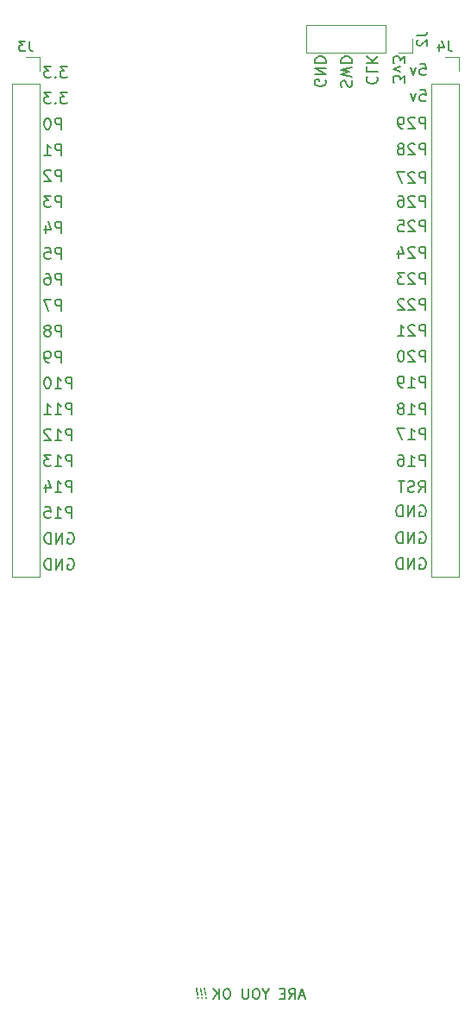
<source format=gbr>
G04 #@! TF.GenerationSoftware,KiCad,Pcbnew,9.0.3-1.fc42*
G04 #@! TF.CreationDate,2025-08-26T20:02:04+03:00*
G04 #@! TF.ProjectId,eeprom-programmer-rounded,65657072-6f6d-42d7-9072-6f6772616d6d,0.1*
G04 #@! TF.SameCoordinates,Original*
G04 #@! TF.FileFunction,Legend,Bot*
G04 #@! TF.FilePolarity,Positive*
%FSLAX46Y46*%
G04 Gerber Fmt 4.6, Leading zero omitted, Abs format (unit mm)*
G04 Created by KiCad (PCBNEW 9.0.3-1.fc42) date 2025-08-26 20:02:04*
%MOMM*%
%LPD*%
G01*
G04 APERTURE LIST*
%ADD10C,0.137500*%
%ADD11C,0.150000*%
%ADD12C,0.120000*%
G04 APERTURE END LIST*
D10*
X137070135Y-69116651D02*
X137070135Y-68016651D01*
X137070135Y-68016651D02*
X136651087Y-68016651D01*
X136651087Y-68016651D02*
X136546325Y-68069032D01*
X136546325Y-68069032D02*
X136493944Y-68121413D01*
X136493944Y-68121413D02*
X136441563Y-68226175D01*
X136441563Y-68226175D02*
X136441563Y-68383318D01*
X136441563Y-68383318D02*
X136493944Y-68488080D01*
X136493944Y-68488080D02*
X136546325Y-68540461D01*
X136546325Y-68540461D02*
X136651087Y-68592842D01*
X136651087Y-68592842D02*
X137070135Y-68592842D01*
X136074897Y-68016651D02*
X135341563Y-68016651D01*
X135341563Y-68016651D02*
X135812992Y-69116651D01*
X167124030Y-46176206D02*
X167071650Y-46228587D01*
X167071650Y-46228587D02*
X167019269Y-46385730D01*
X167019269Y-46385730D02*
X167019269Y-46490492D01*
X167019269Y-46490492D02*
X167071650Y-46647635D01*
X167071650Y-46647635D02*
X167176411Y-46752397D01*
X167176411Y-46752397D02*
X167281173Y-46804778D01*
X167281173Y-46804778D02*
X167490697Y-46857159D01*
X167490697Y-46857159D02*
X167647840Y-46857159D01*
X167647840Y-46857159D02*
X167857364Y-46804778D01*
X167857364Y-46804778D02*
X167962126Y-46752397D01*
X167962126Y-46752397D02*
X168066888Y-46647635D01*
X168066888Y-46647635D02*
X168119269Y-46490492D01*
X168119269Y-46490492D02*
X168119269Y-46385730D01*
X168119269Y-46385730D02*
X168066888Y-46228587D01*
X168066888Y-46228587D02*
X168014507Y-46176206D01*
X167019269Y-45180968D02*
X167019269Y-45704778D01*
X167019269Y-45704778D02*
X168119269Y-45704778D01*
X167019269Y-44814302D02*
X168119269Y-44814302D01*
X167019269Y-44185730D02*
X167647840Y-44657159D01*
X168119269Y-44185730D02*
X167490697Y-44814302D01*
X137070135Y-64037704D02*
X137070135Y-62937704D01*
X137070135Y-62937704D02*
X136651087Y-62937704D01*
X136651087Y-62937704D02*
X136546325Y-62990085D01*
X136546325Y-62990085D02*
X136493944Y-63042466D01*
X136493944Y-63042466D02*
X136441563Y-63147228D01*
X136441563Y-63147228D02*
X136441563Y-63304371D01*
X136441563Y-63304371D02*
X136493944Y-63409133D01*
X136493944Y-63409133D02*
X136546325Y-63461514D01*
X136546325Y-63461514D02*
X136651087Y-63513895D01*
X136651087Y-63513895D02*
X137070135Y-63513895D01*
X135446325Y-62937704D02*
X135970135Y-62937704D01*
X135970135Y-62937704D02*
X136022516Y-63461514D01*
X136022516Y-63461514D02*
X135970135Y-63409133D01*
X135970135Y-63409133D02*
X135865373Y-63356752D01*
X135865373Y-63356752D02*
X135603468Y-63356752D01*
X135603468Y-63356752D02*
X135498706Y-63409133D01*
X135498706Y-63409133D02*
X135446325Y-63461514D01*
X135446325Y-63461514D02*
X135393944Y-63566276D01*
X135393944Y-63566276D02*
X135393944Y-63828181D01*
X135393944Y-63828181D02*
X135446325Y-63932943D01*
X135446325Y-63932943D02*
X135498706Y-63985324D01*
X135498706Y-63985324D02*
X135603468Y-64037704D01*
X135603468Y-64037704D02*
X135865373Y-64037704D01*
X135865373Y-64037704D02*
X135970135Y-63985324D01*
X135970135Y-63985324D02*
X136022516Y-63932943D01*
X172810135Y-79293230D02*
X172810135Y-78193230D01*
X172810135Y-78193230D02*
X172391087Y-78193230D01*
X172391087Y-78193230D02*
X172286325Y-78245611D01*
X172286325Y-78245611D02*
X172233944Y-78297992D01*
X172233944Y-78297992D02*
X172181563Y-78402754D01*
X172181563Y-78402754D02*
X172181563Y-78559897D01*
X172181563Y-78559897D02*
X172233944Y-78664659D01*
X172233944Y-78664659D02*
X172286325Y-78717040D01*
X172286325Y-78717040D02*
X172391087Y-78769421D01*
X172391087Y-78769421D02*
X172810135Y-78769421D01*
X171133944Y-79293230D02*
X171762516Y-79293230D01*
X171448230Y-79293230D02*
X171448230Y-78193230D01*
X171448230Y-78193230D02*
X171552992Y-78350373D01*
X171552992Y-78350373D02*
X171657754Y-78455135D01*
X171657754Y-78455135D02*
X171762516Y-78507516D01*
X170505373Y-78664659D02*
X170610135Y-78612278D01*
X170610135Y-78612278D02*
X170662516Y-78559897D01*
X170662516Y-78559897D02*
X170714897Y-78455135D01*
X170714897Y-78455135D02*
X170714897Y-78402754D01*
X170714897Y-78402754D02*
X170662516Y-78297992D01*
X170662516Y-78297992D02*
X170610135Y-78245611D01*
X170610135Y-78245611D02*
X170505373Y-78193230D01*
X170505373Y-78193230D02*
X170295849Y-78193230D01*
X170295849Y-78193230D02*
X170191087Y-78245611D01*
X170191087Y-78245611D02*
X170138706Y-78297992D01*
X170138706Y-78297992D02*
X170086325Y-78402754D01*
X170086325Y-78402754D02*
X170086325Y-78455135D01*
X170086325Y-78455135D02*
X170138706Y-78559897D01*
X170138706Y-78559897D02*
X170191087Y-78612278D01*
X170191087Y-78612278D02*
X170295849Y-78664659D01*
X170295849Y-78664659D02*
X170505373Y-78664659D01*
X170505373Y-78664659D02*
X170610135Y-78717040D01*
X170610135Y-78717040D02*
X170662516Y-78769421D01*
X170662516Y-78769421D02*
X170714897Y-78874183D01*
X170714897Y-78874183D02*
X170714897Y-79083707D01*
X170714897Y-79083707D02*
X170662516Y-79188469D01*
X170662516Y-79188469D02*
X170610135Y-79240850D01*
X170610135Y-79240850D02*
X170505373Y-79293230D01*
X170505373Y-79293230D02*
X170295849Y-79293230D01*
X170295849Y-79293230D02*
X170191087Y-79240850D01*
X170191087Y-79240850D02*
X170138706Y-79188469D01*
X170138706Y-79188469D02*
X170086325Y-79083707D01*
X170086325Y-79083707D02*
X170086325Y-78874183D01*
X170086325Y-78874183D02*
X170138706Y-78769421D01*
X170138706Y-78769421D02*
X170191087Y-78717040D01*
X170191087Y-78717040D02*
X170295849Y-78664659D01*
X172286325Y-47468230D02*
X172810135Y-47468230D01*
X172810135Y-47468230D02*
X172862516Y-47992040D01*
X172862516Y-47992040D02*
X172810135Y-47939659D01*
X172810135Y-47939659D02*
X172705373Y-47887278D01*
X172705373Y-47887278D02*
X172443468Y-47887278D01*
X172443468Y-47887278D02*
X172338706Y-47939659D01*
X172338706Y-47939659D02*
X172286325Y-47992040D01*
X172286325Y-47992040D02*
X172233944Y-48096802D01*
X172233944Y-48096802D02*
X172233944Y-48358707D01*
X172233944Y-48358707D02*
X172286325Y-48463469D01*
X172286325Y-48463469D02*
X172338706Y-48515850D01*
X172338706Y-48515850D02*
X172443468Y-48568230D01*
X172443468Y-48568230D02*
X172705373Y-48568230D01*
X172705373Y-48568230D02*
X172810135Y-48515850D01*
X172810135Y-48515850D02*
X172862516Y-48463469D01*
X171867278Y-47834897D02*
X171605373Y-48568230D01*
X171605373Y-48568230D02*
X171343468Y-47834897D01*
X137646326Y-47700862D02*
X136965373Y-47700862D01*
X136965373Y-47700862D02*
X137332040Y-48119910D01*
X137332040Y-48119910D02*
X137174897Y-48119910D01*
X137174897Y-48119910D02*
X137070135Y-48172291D01*
X137070135Y-48172291D02*
X137017754Y-48224672D01*
X137017754Y-48224672D02*
X136965373Y-48329434D01*
X136965373Y-48329434D02*
X136965373Y-48591339D01*
X136965373Y-48591339D02*
X137017754Y-48696101D01*
X137017754Y-48696101D02*
X137070135Y-48748482D01*
X137070135Y-48748482D02*
X137174897Y-48800862D01*
X137174897Y-48800862D02*
X137489183Y-48800862D01*
X137489183Y-48800862D02*
X137593945Y-48748482D01*
X137593945Y-48748482D02*
X137646326Y-48696101D01*
X136493945Y-48696101D02*
X136441564Y-48748482D01*
X136441564Y-48748482D02*
X136493945Y-48800862D01*
X136493945Y-48800862D02*
X136546326Y-48748482D01*
X136546326Y-48748482D02*
X136493945Y-48696101D01*
X136493945Y-48696101D02*
X136493945Y-48800862D01*
X136074897Y-47700862D02*
X135393944Y-47700862D01*
X135393944Y-47700862D02*
X135760611Y-48119910D01*
X135760611Y-48119910D02*
X135603468Y-48119910D01*
X135603468Y-48119910D02*
X135498706Y-48172291D01*
X135498706Y-48172291D02*
X135446325Y-48224672D01*
X135446325Y-48224672D02*
X135393944Y-48329434D01*
X135393944Y-48329434D02*
X135393944Y-48591339D01*
X135393944Y-48591339D02*
X135446325Y-48696101D01*
X135446325Y-48696101D02*
X135498706Y-48748482D01*
X135498706Y-48748482D02*
X135603468Y-48800862D01*
X135603468Y-48800862D02*
X135917754Y-48800862D01*
X135917754Y-48800862D02*
X136022516Y-48748482D01*
X136022516Y-48748482D02*
X136074897Y-48696101D01*
X172810135Y-71593230D02*
X172810135Y-70493230D01*
X172810135Y-70493230D02*
X172391087Y-70493230D01*
X172391087Y-70493230D02*
X172286325Y-70545611D01*
X172286325Y-70545611D02*
X172233944Y-70597992D01*
X172233944Y-70597992D02*
X172181563Y-70702754D01*
X172181563Y-70702754D02*
X172181563Y-70859897D01*
X172181563Y-70859897D02*
X172233944Y-70964659D01*
X172233944Y-70964659D02*
X172286325Y-71017040D01*
X172286325Y-71017040D02*
X172391087Y-71069421D01*
X172391087Y-71069421D02*
X172810135Y-71069421D01*
X171762516Y-70597992D02*
X171710135Y-70545611D01*
X171710135Y-70545611D02*
X171605373Y-70493230D01*
X171605373Y-70493230D02*
X171343468Y-70493230D01*
X171343468Y-70493230D02*
X171238706Y-70545611D01*
X171238706Y-70545611D02*
X171186325Y-70597992D01*
X171186325Y-70597992D02*
X171133944Y-70702754D01*
X171133944Y-70702754D02*
X171133944Y-70807516D01*
X171133944Y-70807516D02*
X171186325Y-70964659D01*
X171186325Y-70964659D02*
X171814897Y-71593230D01*
X171814897Y-71593230D02*
X171133944Y-71593230D01*
X170086325Y-71593230D02*
X170714897Y-71593230D01*
X170400611Y-71593230D02*
X170400611Y-70493230D01*
X170400611Y-70493230D02*
X170505373Y-70650373D01*
X170505373Y-70650373D02*
X170610135Y-70755135D01*
X170610135Y-70755135D02*
X170714897Y-70807516D01*
X138117754Y-76735072D02*
X138117754Y-75635072D01*
X138117754Y-75635072D02*
X137698706Y-75635072D01*
X137698706Y-75635072D02*
X137593944Y-75687453D01*
X137593944Y-75687453D02*
X137541563Y-75739834D01*
X137541563Y-75739834D02*
X137489182Y-75844596D01*
X137489182Y-75844596D02*
X137489182Y-76001739D01*
X137489182Y-76001739D02*
X137541563Y-76106501D01*
X137541563Y-76106501D02*
X137593944Y-76158882D01*
X137593944Y-76158882D02*
X137698706Y-76211263D01*
X137698706Y-76211263D02*
X138117754Y-76211263D01*
X136441563Y-76735072D02*
X137070135Y-76735072D01*
X136755849Y-76735072D02*
X136755849Y-75635072D01*
X136755849Y-75635072D02*
X136860611Y-75792215D01*
X136860611Y-75792215D02*
X136965373Y-75896977D01*
X136965373Y-75896977D02*
X137070135Y-75949358D01*
X135760611Y-75635072D02*
X135655849Y-75635072D01*
X135655849Y-75635072D02*
X135551087Y-75687453D01*
X135551087Y-75687453D02*
X135498706Y-75739834D01*
X135498706Y-75739834D02*
X135446325Y-75844596D01*
X135446325Y-75844596D02*
X135393944Y-76054120D01*
X135393944Y-76054120D02*
X135393944Y-76316025D01*
X135393944Y-76316025D02*
X135446325Y-76525549D01*
X135446325Y-76525549D02*
X135498706Y-76630311D01*
X135498706Y-76630311D02*
X135551087Y-76682692D01*
X135551087Y-76682692D02*
X135655849Y-76735072D01*
X135655849Y-76735072D02*
X135760611Y-76735072D01*
X135760611Y-76735072D02*
X135865373Y-76682692D01*
X135865373Y-76682692D02*
X135917754Y-76630311D01*
X135917754Y-76630311D02*
X135970135Y-76525549D01*
X135970135Y-76525549D02*
X136022516Y-76316025D01*
X136022516Y-76316025D02*
X136022516Y-76054120D01*
X136022516Y-76054120D02*
X135970135Y-75844596D01*
X135970135Y-75844596D02*
X135917754Y-75739834D01*
X135917754Y-75739834D02*
X135865373Y-75687453D01*
X135865373Y-75687453D02*
X135760611Y-75635072D01*
X172810135Y-66518230D02*
X172810135Y-65418230D01*
X172810135Y-65418230D02*
X172391087Y-65418230D01*
X172391087Y-65418230D02*
X172286325Y-65470611D01*
X172286325Y-65470611D02*
X172233944Y-65522992D01*
X172233944Y-65522992D02*
X172181563Y-65627754D01*
X172181563Y-65627754D02*
X172181563Y-65784897D01*
X172181563Y-65784897D02*
X172233944Y-65889659D01*
X172233944Y-65889659D02*
X172286325Y-65942040D01*
X172286325Y-65942040D02*
X172391087Y-65994421D01*
X172391087Y-65994421D02*
X172810135Y-65994421D01*
X171762516Y-65522992D02*
X171710135Y-65470611D01*
X171710135Y-65470611D02*
X171605373Y-65418230D01*
X171605373Y-65418230D02*
X171343468Y-65418230D01*
X171343468Y-65418230D02*
X171238706Y-65470611D01*
X171238706Y-65470611D02*
X171186325Y-65522992D01*
X171186325Y-65522992D02*
X171133944Y-65627754D01*
X171133944Y-65627754D02*
X171133944Y-65732516D01*
X171133944Y-65732516D02*
X171186325Y-65889659D01*
X171186325Y-65889659D02*
X171814897Y-66518230D01*
X171814897Y-66518230D02*
X171133944Y-66518230D01*
X170767278Y-65418230D02*
X170086325Y-65418230D01*
X170086325Y-65418230D02*
X170452992Y-65837278D01*
X170452992Y-65837278D02*
X170295849Y-65837278D01*
X170295849Y-65837278D02*
X170191087Y-65889659D01*
X170191087Y-65889659D02*
X170138706Y-65942040D01*
X170138706Y-65942040D02*
X170086325Y-66046802D01*
X170086325Y-66046802D02*
X170086325Y-66308707D01*
X170086325Y-66308707D02*
X170138706Y-66413469D01*
X170138706Y-66413469D02*
X170191087Y-66465850D01*
X170191087Y-66465850D02*
X170295849Y-66518230D01*
X170295849Y-66518230D02*
X170610135Y-66518230D01*
X170610135Y-66518230D02*
X170714897Y-66465850D01*
X170714897Y-66465850D02*
X170767278Y-66413469D01*
X172810135Y-63943230D02*
X172810135Y-62843230D01*
X172810135Y-62843230D02*
X172391087Y-62843230D01*
X172391087Y-62843230D02*
X172286325Y-62895611D01*
X172286325Y-62895611D02*
X172233944Y-62947992D01*
X172233944Y-62947992D02*
X172181563Y-63052754D01*
X172181563Y-63052754D02*
X172181563Y-63209897D01*
X172181563Y-63209897D02*
X172233944Y-63314659D01*
X172233944Y-63314659D02*
X172286325Y-63367040D01*
X172286325Y-63367040D02*
X172391087Y-63419421D01*
X172391087Y-63419421D02*
X172810135Y-63419421D01*
X171762516Y-62947992D02*
X171710135Y-62895611D01*
X171710135Y-62895611D02*
X171605373Y-62843230D01*
X171605373Y-62843230D02*
X171343468Y-62843230D01*
X171343468Y-62843230D02*
X171238706Y-62895611D01*
X171238706Y-62895611D02*
X171186325Y-62947992D01*
X171186325Y-62947992D02*
X171133944Y-63052754D01*
X171133944Y-63052754D02*
X171133944Y-63157516D01*
X171133944Y-63157516D02*
X171186325Y-63314659D01*
X171186325Y-63314659D02*
X171814897Y-63943230D01*
X171814897Y-63943230D02*
X171133944Y-63943230D01*
X170191087Y-63209897D02*
X170191087Y-63943230D01*
X170452992Y-62790850D02*
X170714897Y-63576564D01*
X170714897Y-63576564D02*
X170033944Y-63576564D01*
X162991888Y-46490492D02*
X163044269Y-46595254D01*
X163044269Y-46595254D02*
X163044269Y-46752397D01*
X163044269Y-46752397D02*
X162991888Y-46909540D01*
X162991888Y-46909540D02*
X162887126Y-47014302D01*
X162887126Y-47014302D02*
X162782364Y-47066683D01*
X162782364Y-47066683D02*
X162572840Y-47119064D01*
X162572840Y-47119064D02*
X162415697Y-47119064D01*
X162415697Y-47119064D02*
X162206173Y-47066683D01*
X162206173Y-47066683D02*
X162101411Y-47014302D01*
X162101411Y-47014302D02*
X161996650Y-46909540D01*
X161996650Y-46909540D02*
X161944269Y-46752397D01*
X161944269Y-46752397D02*
X161944269Y-46647635D01*
X161944269Y-46647635D02*
X161996650Y-46490492D01*
X161996650Y-46490492D02*
X162049030Y-46438111D01*
X162049030Y-46438111D02*
X162415697Y-46438111D01*
X162415697Y-46438111D02*
X162415697Y-46647635D01*
X161944269Y-45966683D02*
X163044269Y-45966683D01*
X163044269Y-45966683D02*
X161944269Y-45338111D01*
X161944269Y-45338111D02*
X163044269Y-45338111D01*
X161944269Y-44814302D02*
X163044269Y-44814302D01*
X163044269Y-44814302D02*
X163044269Y-44552397D01*
X163044269Y-44552397D02*
X162991888Y-44395254D01*
X162991888Y-44395254D02*
X162887126Y-44290492D01*
X162887126Y-44290492D02*
X162782364Y-44238111D01*
X162782364Y-44238111D02*
X162572840Y-44185730D01*
X162572840Y-44185730D02*
X162415697Y-44185730D01*
X162415697Y-44185730D02*
X162206173Y-44238111D01*
X162206173Y-44238111D02*
X162101411Y-44290492D01*
X162101411Y-44290492D02*
X161996650Y-44395254D01*
X161996650Y-44395254D02*
X161944269Y-44552397D01*
X161944269Y-44552397D02*
X161944269Y-44814302D01*
X138117754Y-81814020D02*
X138117754Y-80714020D01*
X138117754Y-80714020D02*
X137698706Y-80714020D01*
X137698706Y-80714020D02*
X137593944Y-80766401D01*
X137593944Y-80766401D02*
X137541563Y-80818782D01*
X137541563Y-80818782D02*
X137489182Y-80923544D01*
X137489182Y-80923544D02*
X137489182Y-81080687D01*
X137489182Y-81080687D02*
X137541563Y-81185449D01*
X137541563Y-81185449D02*
X137593944Y-81237830D01*
X137593944Y-81237830D02*
X137698706Y-81290211D01*
X137698706Y-81290211D02*
X138117754Y-81290211D01*
X136441563Y-81814020D02*
X137070135Y-81814020D01*
X136755849Y-81814020D02*
X136755849Y-80714020D01*
X136755849Y-80714020D02*
X136860611Y-80871163D01*
X136860611Y-80871163D02*
X136965373Y-80975925D01*
X136965373Y-80975925D02*
X137070135Y-81028306D01*
X136022516Y-80818782D02*
X135970135Y-80766401D01*
X135970135Y-80766401D02*
X135865373Y-80714020D01*
X135865373Y-80714020D02*
X135603468Y-80714020D01*
X135603468Y-80714020D02*
X135498706Y-80766401D01*
X135498706Y-80766401D02*
X135446325Y-80818782D01*
X135446325Y-80818782D02*
X135393944Y-80923544D01*
X135393944Y-80923544D02*
X135393944Y-81028306D01*
X135393944Y-81028306D02*
X135446325Y-81185449D01*
X135446325Y-81185449D02*
X136074897Y-81814020D01*
X136074897Y-81814020D02*
X135393944Y-81814020D01*
X137070135Y-56419283D02*
X137070135Y-55319283D01*
X137070135Y-55319283D02*
X136651087Y-55319283D01*
X136651087Y-55319283D02*
X136546325Y-55371664D01*
X136546325Y-55371664D02*
X136493944Y-55424045D01*
X136493944Y-55424045D02*
X136441563Y-55528807D01*
X136441563Y-55528807D02*
X136441563Y-55685950D01*
X136441563Y-55685950D02*
X136493944Y-55790712D01*
X136493944Y-55790712D02*
X136546325Y-55843093D01*
X136546325Y-55843093D02*
X136651087Y-55895474D01*
X136651087Y-55895474D02*
X137070135Y-55895474D01*
X136022516Y-55424045D02*
X135970135Y-55371664D01*
X135970135Y-55371664D02*
X135865373Y-55319283D01*
X135865373Y-55319283D02*
X135603468Y-55319283D01*
X135603468Y-55319283D02*
X135498706Y-55371664D01*
X135498706Y-55371664D02*
X135446325Y-55424045D01*
X135446325Y-55424045D02*
X135393944Y-55528807D01*
X135393944Y-55528807D02*
X135393944Y-55633569D01*
X135393944Y-55633569D02*
X135446325Y-55790712D01*
X135446325Y-55790712D02*
X136074897Y-56419283D01*
X136074897Y-56419283D02*
X135393944Y-56419283D01*
X170744269Y-46752397D02*
X170744269Y-46071444D01*
X170744269Y-46071444D02*
X170325221Y-46438111D01*
X170325221Y-46438111D02*
X170325221Y-46280968D01*
X170325221Y-46280968D02*
X170272840Y-46176206D01*
X170272840Y-46176206D02*
X170220459Y-46123825D01*
X170220459Y-46123825D02*
X170115697Y-46071444D01*
X170115697Y-46071444D02*
X169853792Y-46071444D01*
X169853792Y-46071444D02*
X169749030Y-46123825D01*
X169749030Y-46123825D02*
X169696650Y-46176206D01*
X169696650Y-46176206D02*
X169644269Y-46280968D01*
X169644269Y-46280968D02*
X169644269Y-46595254D01*
X169644269Y-46595254D02*
X169696650Y-46700016D01*
X169696650Y-46700016D02*
X169749030Y-46752397D01*
X170377602Y-45704778D02*
X169644269Y-45442873D01*
X169644269Y-45442873D02*
X170377602Y-45180968D01*
X170744269Y-44866683D02*
X170744269Y-44185730D01*
X170744269Y-44185730D02*
X170325221Y-44552397D01*
X170325221Y-44552397D02*
X170325221Y-44395254D01*
X170325221Y-44395254D02*
X170272840Y-44290492D01*
X170272840Y-44290492D02*
X170220459Y-44238111D01*
X170220459Y-44238111D02*
X170115697Y-44185730D01*
X170115697Y-44185730D02*
X169853792Y-44185730D01*
X169853792Y-44185730D02*
X169749030Y-44238111D01*
X169749030Y-44238111D02*
X169696650Y-44290492D01*
X169696650Y-44290492D02*
X169644269Y-44395254D01*
X169644269Y-44395254D02*
X169644269Y-44709540D01*
X169644269Y-44709540D02*
X169696650Y-44814302D01*
X169696650Y-44814302D02*
X169749030Y-44866683D01*
X138117754Y-86892967D02*
X138117754Y-85792967D01*
X138117754Y-85792967D02*
X137698706Y-85792967D01*
X137698706Y-85792967D02*
X137593944Y-85845348D01*
X137593944Y-85845348D02*
X137541563Y-85897729D01*
X137541563Y-85897729D02*
X137489182Y-86002491D01*
X137489182Y-86002491D02*
X137489182Y-86159634D01*
X137489182Y-86159634D02*
X137541563Y-86264396D01*
X137541563Y-86264396D02*
X137593944Y-86316777D01*
X137593944Y-86316777D02*
X137698706Y-86369158D01*
X137698706Y-86369158D02*
X138117754Y-86369158D01*
X136441563Y-86892967D02*
X137070135Y-86892967D01*
X136755849Y-86892967D02*
X136755849Y-85792967D01*
X136755849Y-85792967D02*
X136860611Y-85950110D01*
X136860611Y-85950110D02*
X136965373Y-86054872D01*
X136965373Y-86054872D02*
X137070135Y-86107253D01*
X135498706Y-86159634D02*
X135498706Y-86892967D01*
X135760611Y-85740587D02*
X136022516Y-86526301D01*
X136022516Y-86526301D02*
X135341563Y-86526301D01*
X137070135Y-53879809D02*
X137070135Y-52779809D01*
X137070135Y-52779809D02*
X136651087Y-52779809D01*
X136651087Y-52779809D02*
X136546325Y-52832190D01*
X136546325Y-52832190D02*
X136493944Y-52884571D01*
X136493944Y-52884571D02*
X136441563Y-52989333D01*
X136441563Y-52989333D02*
X136441563Y-53146476D01*
X136441563Y-53146476D02*
X136493944Y-53251238D01*
X136493944Y-53251238D02*
X136546325Y-53303619D01*
X136546325Y-53303619D02*
X136651087Y-53356000D01*
X136651087Y-53356000D02*
X137070135Y-53356000D01*
X135393944Y-53879809D02*
X136022516Y-53879809D01*
X135708230Y-53879809D02*
X135708230Y-52779809D01*
X135708230Y-52779809D02*
X135812992Y-52936952D01*
X135812992Y-52936952D02*
X135917754Y-53041714D01*
X135917754Y-53041714D02*
X136022516Y-53094095D01*
X137698706Y-90924295D02*
X137803468Y-90871914D01*
X137803468Y-90871914D02*
X137960611Y-90871914D01*
X137960611Y-90871914D02*
X138117754Y-90924295D01*
X138117754Y-90924295D02*
X138222516Y-91029057D01*
X138222516Y-91029057D02*
X138274897Y-91133819D01*
X138274897Y-91133819D02*
X138327278Y-91343343D01*
X138327278Y-91343343D02*
X138327278Y-91500486D01*
X138327278Y-91500486D02*
X138274897Y-91710010D01*
X138274897Y-91710010D02*
X138222516Y-91814772D01*
X138222516Y-91814772D02*
X138117754Y-91919534D01*
X138117754Y-91919534D02*
X137960611Y-91971914D01*
X137960611Y-91971914D02*
X137855849Y-91971914D01*
X137855849Y-91971914D02*
X137698706Y-91919534D01*
X137698706Y-91919534D02*
X137646325Y-91867153D01*
X137646325Y-91867153D02*
X137646325Y-91500486D01*
X137646325Y-91500486D02*
X137855849Y-91500486D01*
X137174897Y-91971914D02*
X137174897Y-90871914D01*
X137174897Y-90871914D02*
X136546325Y-91971914D01*
X136546325Y-91971914D02*
X136546325Y-90871914D01*
X136022516Y-91971914D02*
X136022516Y-90871914D01*
X136022516Y-90871914D02*
X135760611Y-90871914D01*
X135760611Y-90871914D02*
X135603468Y-90924295D01*
X135603468Y-90924295D02*
X135498706Y-91029057D01*
X135498706Y-91029057D02*
X135446325Y-91133819D01*
X135446325Y-91133819D02*
X135393944Y-91343343D01*
X135393944Y-91343343D02*
X135393944Y-91500486D01*
X135393944Y-91500486D02*
X135446325Y-91710010D01*
X135446325Y-91710010D02*
X135498706Y-91814772D01*
X135498706Y-91814772D02*
X135603468Y-91919534D01*
X135603468Y-91919534D02*
X135760611Y-91971914D01*
X135760611Y-91971914D02*
X136022516Y-91971914D01*
X164571650Y-47171445D02*
X164519269Y-47014302D01*
X164519269Y-47014302D02*
X164519269Y-46752397D01*
X164519269Y-46752397D02*
X164571650Y-46647635D01*
X164571650Y-46647635D02*
X164624030Y-46595254D01*
X164624030Y-46595254D02*
X164728792Y-46542873D01*
X164728792Y-46542873D02*
X164833554Y-46542873D01*
X164833554Y-46542873D02*
X164938316Y-46595254D01*
X164938316Y-46595254D02*
X164990697Y-46647635D01*
X164990697Y-46647635D02*
X165043078Y-46752397D01*
X165043078Y-46752397D02*
X165095459Y-46961921D01*
X165095459Y-46961921D02*
X165147840Y-47066683D01*
X165147840Y-47066683D02*
X165200221Y-47119064D01*
X165200221Y-47119064D02*
X165304983Y-47171445D01*
X165304983Y-47171445D02*
X165409745Y-47171445D01*
X165409745Y-47171445D02*
X165514507Y-47119064D01*
X165514507Y-47119064D02*
X165566888Y-47066683D01*
X165566888Y-47066683D02*
X165619269Y-46961921D01*
X165619269Y-46961921D02*
X165619269Y-46700016D01*
X165619269Y-46700016D02*
X165566888Y-46542873D01*
X165619269Y-46176207D02*
X164519269Y-45914302D01*
X164519269Y-45914302D02*
X165304983Y-45704778D01*
X165304983Y-45704778D02*
X164519269Y-45495254D01*
X164519269Y-45495254D02*
X165619269Y-45233350D01*
X164519269Y-44814302D02*
X165619269Y-44814302D01*
X165619269Y-44814302D02*
X165619269Y-44552397D01*
X165619269Y-44552397D02*
X165566888Y-44395254D01*
X165566888Y-44395254D02*
X165462126Y-44290492D01*
X165462126Y-44290492D02*
X165357364Y-44238111D01*
X165357364Y-44238111D02*
X165147840Y-44185730D01*
X165147840Y-44185730D02*
X164990697Y-44185730D01*
X164990697Y-44185730D02*
X164781173Y-44238111D01*
X164781173Y-44238111D02*
X164676411Y-44290492D01*
X164676411Y-44290492D02*
X164571650Y-44395254D01*
X164571650Y-44395254D02*
X164519269Y-44552397D01*
X164519269Y-44552397D02*
X164519269Y-44814302D01*
X172128706Y-86913230D02*
X172495373Y-86389421D01*
X172757278Y-86913230D02*
X172757278Y-85813230D01*
X172757278Y-85813230D02*
X172338230Y-85813230D01*
X172338230Y-85813230D02*
X172233468Y-85865611D01*
X172233468Y-85865611D02*
X172181087Y-85917992D01*
X172181087Y-85917992D02*
X172128706Y-86022754D01*
X172128706Y-86022754D02*
X172128706Y-86179897D01*
X172128706Y-86179897D02*
X172181087Y-86284659D01*
X172181087Y-86284659D02*
X172233468Y-86337040D01*
X172233468Y-86337040D02*
X172338230Y-86389421D01*
X172338230Y-86389421D02*
X172757278Y-86389421D01*
X171709659Y-86860850D02*
X171552516Y-86913230D01*
X171552516Y-86913230D02*
X171290611Y-86913230D01*
X171290611Y-86913230D02*
X171185849Y-86860850D01*
X171185849Y-86860850D02*
X171133468Y-86808469D01*
X171133468Y-86808469D02*
X171081087Y-86703707D01*
X171081087Y-86703707D02*
X171081087Y-86598945D01*
X171081087Y-86598945D02*
X171133468Y-86494183D01*
X171133468Y-86494183D02*
X171185849Y-86441802D01*
X171185849Y-86441802D02*
X171290611Y-86389421D01*
X171290611Y-86389421D02*
X171500135Y-86337040D01*
X171500135Y-86337040D02*
X171604897Y-86284659D01*
X171604897Y-86284659D02*
X171657278Y-86232278D01*
X171657278Y-86232278D02*
X171709659Y-86127516D01*
X171709659Y-86127516D02*
X171709659Y-86022754D01*
X171709659Y-86022754D02*
X171657278Y-85917992D01*
X171657278Y-85917992D02*
X171604897Y-85865611D01*
X171604897Y-85865611D02*
X171500135Y-85813230D01*
X171500135Y-85813230D02*
X171238230Y-85813230D01*
X171238230Y-85813230D02*
X171081087Y-85865611D01*
X170766802Y-85813230D02*
X170138230Y-85813230D01*
X170452516Y-86913230D02*
X170452516Y-85813230D01*
X138117754Y-84353493D02*
X138117754Y-83253493D01*
X138117754Y-83253493D02*
X137698706Y-83253493D01*
X137698706Y-83253493D02*
X137593944Y-83305874D01*
X137593944Y-83305874D02*
X137541563Y-83358255D01*
X137541563Y-83358255D02*
X137489182Y-83463017D01*
X137489182Y-83463017D02*
X137489182Y-83620160D01*
X137489182Y-83620160D02*
X137541563Y-83724922D01*
X137541563Y-83724922D02*
X137593944Y-83777303D01*
X137593944Y-83777303D02*
X137698706Y-83829684D01*
X137698706Y-83829684D02*
X138117754Y-83829684D01*
X136441563Y-84353493D02*
X137070135Y-84353493D01*
X136755849Y-84353493D02*
X136755849Y-83253493D01*
X136755849Y-83253493D02*
X136860611Y-83410636D01*
X136860611Y-83410636D02*
X136965373Y-83515398D01*
X136965373Y-83515398D02*
X137070135Y-83567779D01*
X136074897Y-83253493D02*
X135393944Y-83253493D01*
X135393944Y-83253493D02*
X135760611Y-83672541D01*
X135760611Y-83672541D02*
X135603468Y-83672541D01*
X135603468Y-83672541D02*
X135498706Y-83724922D01*
X135498706Y-83724922D02*
X135446325Y-83777303D01*
X135446325Y-83777303D02*
X135393944Y-83882065D01*
X135393944Y-83882065D02*
X135393944Y-84143970D01*
X135393944Y-84143970D02*
X135446325Y-84248732D01*
X135446325Y-84248732D02*
X135498706Y-84301113D01*
X135498706Y-84301113D02*
X135603468Y-84353493D01*
X135603468Y-84353493D02*
X135917754Y-84353493D01*
X135917754Y-84353493D02*
X136022516Y-84301113D01*
X136022516Y-84301113D02*
X136074897Y-84248732D01*
X137070135Y-58958756D02*
X137070135Y-57858756D01*
X137070135Y-57858756D02*
X136651087Y-57858756D01*
X136651087Y-57858756D02*
X136546325Y-57911137D01*
X136546325Y-57911137D02*
X136493944Y-57963518D01*
X136493944Y-57963518D02*
X136441563Y-58068280D01*
X136441563Y-58068280D02*
X136441563Y-58225423D01*
X136441563Y-58225423D02*
X136493944Y-58330185D01*
X136493944Y-58330185D02*
X136546325Y-58382566D01*
X136546325Y-58382566D02*
X136651087Y-58434947D01*
X136651087Y-58434947D02*
X137070135Y-58434947D01*
X136074897Y-57858756D02*
X135393944Y-57858756D01*
X135393944Y-57858756D02*
X135760611Y-58277804D01*
X135760611Y-58277804D02*
X135603468Y-58277804D01*
X135603468Y-58277804D02*
X135498706Y-58330185D01*
X135498706Y-58330185D02*
X135446325Y-58382566D01*
X135446325Y-58382566D02*
X135393944Y-58487328D01*
X135393944Y-58487328D02*
X135393944Y-58749233D01*
X135393944Y-58749233D02*
X135446325Y-58853995D01*
X135446325Y-58853995D02*
X135498706Y-58906376D01*
X135498706Y-58906376D02*
X135603468Y-58958756D01*
X135603468Y-58958756D02*
X135917754Y-58958756D01*
X135917754Y-58958756D02*
X136022516Y-58906376D01*
X136022516Y-58906376D02*
X136074897Y-58853995D01*
X137070135Y-74195599D02*
X137070135Y-73095599D01*
X137070135Y-73095599D02*
X136651087Y-73095599D01*
X136651087Y-73095599D02*
X136546325Y-73147980D01*
X136546325Y-73147980D02*
X136493944Y-73200361D01*
X136493944Y-73200361D02*
X136441563Y-73305123D01*
X136441563Y-73305123D02*
X136441563Y-73462266D01*
X136441563Y-73462266D02*
X136493944Y-73567028D01*
X136493944Y-73567028D02*
X136546325Y-73619409D01*
X136546325Y-73619409D02*
X136651087Y-73671790D01*
X136651087Y-73671790D02*
X137070135Y-73671790D01*
X135917754Y-74195599D02*
X135708230Y-74195599D01*
X135708230Y-74195599D02*
X135603468Y-74143219D01*
X135603468Y-74143219D02*
X135551087Y-74090838D01*
X135551087Y-74090838D02*
X135446325Y-73933695D01*
X135446325Y-73933695D02*
X135393944Y-73724171D01*
X135393944Y-73724171D02*
X135393944Y-73305123D01*
X135393944Y-73305123D02*
X135446325Y-73200361D01*
X135446325Y-73200361D02*
X135498706Y-73147980D01*
X135498706Y-73147980D02*
X135603468Y-73095599D01*
X135603468Y-73095599D02*
X135812992Y-73095599D01*
X135812992Y-73095599D02*
X135917754Y-73147980D01*
X135917754Y-73147980D02*
X135970135Y-73200361D01*
X135970135Y-73200361D02*
X136022516Y-73305123D01*
X136022516Y-73305123D02*
X136022516Y-73567028D01*
X136022516Y-73567028D02*
X135970135Y-73671790D01*
X135970135Y-73671790D02*
X135917754Y-73724171D01*
X135917754Y-73724171D02*
X135812992Y-73776552D01*
X135812992Y-73776552D02*
X135603468Y-73776552D01*
X135603468Y-73776552D02*
X135498706Y-73724171D01*
X135498706Y-73724171D02*
X135446325Y-73671790D01*
X135446325Y-73671790D02*
X135393944Y-73567028D01*
X138117754Y-79274546D02*
X138117754Y-78174546D01*
X138117754Y-78174546D02*
X137698706Y-78174546D01*
X137698706Y-78174546D02*
X137593944Y-78226927D01*
X137593944Y-78226927D02*
X137541563Y-78279308D01*
X137541563Y-78279308D02*
X137489182Y-78384070D01*
X137489182Y-78384070D02*
X137489182Y-78541213D01*
X137489182Y-78541213D02*
X137541563Y-78645975D01*
X137541563Y-78645975D02*
X137593944Y-78698356D01*
X137593944Y-78698356D02*
X137698706Y-78750737D01*
X137698706Y-78750737D02*
X138117754Y-78750737D01*
X136441563Y-79274546D02*
X137070135Y-79274546D01*
X136755849Y-79274546D02*
X136755849Y-78174546D01*
X136755849Y-78174546D02*
X136860611Y-78331689D01*
X136860611Y-78331689D02*
X136965373Y-78436451D01*
X136965373Y-78436451D02*
X137070135Y-78488832D01*
X135393944Y-79274546D02*
X136022516Y-79274546D01*
X135708230Y-79274546D02*
X135708230Y-78174546D01*
X135708230Y-78174546D02*
X135812992Y-78331689D01*
X135812992Y-78331689D02*
X135917754Y-78436451D01*
X135917754Y-78436451D02*
X136022516Y-78488832D01*
X172810135Y-76643230D02*
X172810135Y-75543230D01*
X172810135Y-75543230D02*
X172391087Y-75543230D01*
X172391087Y-75543230D02*
X172286325Y-75595611D01*
X172286325Y-75595611D02*
X172233944Y-75647992D01*
X172233944Y-75647992D02*
X172181563Y-75752754D01*
X172181563Y-75752754D02*
X172181563Y-75909897D01*
X172181563Y-75909897D02*
X172233944Y-76014659D01*
X172233944Y-76014659D02*
X172286325Y-76067040D01*
X172286325Y-76067040D02*
X172391087Y-76119421D01*
X172391087Y-76119421D02*
X172810135Y-76119421D01*
X171133944Y-76643230D02*
X171762516Y-76643230D01*
X171448230Y-76643230D02*
X171448230Y-75543230D01*
X171448230Y-75543230D02*
X171552992Y-75700373D01*
X171552992Y-75700373D02*
X171657754Y-75805135D01*
X171657754Y-75805135D02*
X171762516Y-75857516D01*
X170610135Y-76643230D02*
X170400611Y-76643230D01*
X170400611Y-76643230D02*
X170295849Y-76590850D01*
X170295849Y-76590850D02*
X170243468Y-76538469D01*
X170243468Y-76538469D02*
X170138706Y-76381326D01*
X170138706Y-76381326D02*
X170086325Y-76171802D01*
X170086325Y-76171802D02*
X170086325Y-75752754D01*
X170086325Y-75752754D02*
X170138706Y-75647992D01*
X170138706Y-75647992D02*
X170191087Y-75595611D01*
X170191087Y-75595611D02*
X170295849Y-75543230D01*
X170295849Y-75543230D02*
X170505373Y-75543230D01*
X170505373Y-75543230D02*
X170610135Y-75595611D01*
X170610135Y-75595611D02*
X170662516Y-75647992D01*
X170662516Y-75647992D02*
X170714897Y-75752754D01*
X170714897Y-75752754D02*
X170714897Y-76014659D01*
X170714897Y-76014659D02*
X170662516Y-76119421D01*
X170662516Y-76119421D02*
X170610135Y-76171802D01*
X170610135Y-76171802D02*
X170505373Y-76224183D01*
X170505373Y-76224183D02*
X170295849Y-76224183D01*
X170295849Y-76224183D02*
X170191087Y-76171802D01*
X170191087Y-76171802D02*
X170138706Y-76119421D01*
X170138706Y-76119421D02*
X170086325Y-76014659D01*
D11*
X160890875Y-136314104D02*
X160414685Y-136314104D01*
X160986113Y-136599819D02*
X160652780Y-135599819D01*
X160652780Y-135599819D02*
X160319447Y-136599819D01*
X159414685Y-136599819D02*
X159748018Y-136123628D01*
X159986113Y-136599819D02*
X159986113Y-135599819D01*
X159986113Y-135599819D02*
X159605161Y-135599819D01*
X159605161Y-135599819D02*
X159509923Y-135647438D01*
X159509923Y-135647438D02*
X159462304Y-135695057D01*
X159462304Y-135695057D02*
X159414685Y-135790295D01*
X159414685Y-135790295D02*
X159414685Y-135933152D01*
X159414685Y-135933152D02*
X159462304Y-136028390D01*
X159462304Y-136028390D02*
X159509923Y-136076009D01*
X159509923Y-136076009D02*
X159605161Y-136123628D01*
X159605161Y-136123628D02*
X159986113Y-136123628D01*
X158986113Y-136076009D02*
X158652780Y-136076009D01*
X158509923Y-136599819D02*
X158986113Y-136599819D01*
X158986113Y-136599819D02*
X158986113Y-135599819D01*
X158986113Y-135599819D02*
X158509923Y-135599819D01*
X157128970Y-136123628D02*
X157128970Y-136599819D01*
X157462303Y-135599819D02*
X157128970Y-136123628D01*
X157128970Y-136123628D02*
X156795637Y-135599819D01*
X156271827Y-135599819D02*
X156081351Y-135599819D01*
X156081351Y-135599819D02*
X155986113Y-135647438D01*
X155986113Y-135647438D02*
X155890875Y-135742676D01*
X155890875Y-135742676D02*
X155843256Y-135933152D01*
X155843256Y-135933152D02*
X155843256Y-136266485D01*
X155843256Y-136266485D02*
X155890875Y-136456961D01*
X155890875Y-136456961D02*
X155986113Y-136552200D01*
X155986113Y-136552200D02*
X156081351Y-136599819D01*
X156081351Y-136599819D02*
X156271827Y-136599819D01*
X156271827Y-136599819D02*
X156367065Y-136552200D01*
X156367065Y-136552200D02*
X156462303Y-136456961D01*
X156462303Y-136456961D02*
X156509922Y-136266485D01*
X156509922Y-136266485D02*
X156509922Y-135933152D01*
X156509922Y-135933152D02*
X156462303Y-135742676D01*
X156462303Y-135742676D02*
X156367065Y-135647438D01*
X156367065Y-135647438D02*
X156271827Y-135599819D01*
X155414684Y-135599819D02*
X155414684Y-136409342D01*
X155414684Y-136409342D02*
X155367065Y-136504580D01*
X155367065Y-136504580D02*
X155319446Y-136552200D01*
X155319446Y-136552200D02*
X155224208Y-136599819D01*
X155224208Y-136599819D02*
X155033732Y-136599819D01*
X155033732Y-136599819D02*
X154938494Y-136552200D01*
X154938494Y-136552200D02*
X154890875Y-136504580D01*
X154890875Y-136504580D02*
X154843256Y-136409342D01*
X154843256Y-136409342D02*
X154843256Y-135599819D01*
X153414684Y-135599819D02*
X153224208Y-135599819D01*
X153224208Y-135599819D02*
X153128970Y-135647438D01*
X153128970Y-135647438D02*
X153033732Y-135742676D01*
X153033732Y-135742676D02*
X152986113Y-135933152D01*
X152986113Y-135933152D02*
X152986113Y-136266485D01*
X152986113Y-136266485D02*
X153033732Y-136456961D01*
X153033732Y-136456961D02*
X153128970Y-136552200D01*
X153128970Y-136552200D02*
X153224208Y-136599819D01*
X153224208Y-136599819D02*
X153414684Y-136599819D01*
X153414684Y-136599819D02*
X153509922Y-136552200D01*
X153509922Y-136552200D02*
X153605160Y-136456961D01*
X153605160Y-136456961D02*
X153652779Y-136266485D01*
X153652779Y-136266485D02*
X153652779Y-135933152D01*
X153652779Y-135933152D02*
X153605160Y-135742676D01*
X153605160Y-135742676D02*
X153509922Y-135647438D01*
X153509922Y-135647438D02*
X153414684Y-135599819D01*
X152557541Y-136599819D02*
X152557541Y-135599819D01*
X151986113Y-136599819D02*
X152414684Y-136028390D01*
X151986113Y-135599819D02*
X152557541Y-136171247D01*
D10*
X137698706Y-93463769D02*
X137803468Y-93411388D01*
X137803468Y-93411388D02*
X137960611Y-93411388D01*
X137960611Y-93411388D02*
X138117754Y-93463769D01*
X138117754Y-93463769D02*
X138222516Y-93568531D01*
X138222516Y-93568531D02*
X138274897Y-93673293D01*
X138274897Y-93673293D02*
X138327278Y-93882817D01*
X138327278Y-93882817D02*
X138327278Y-94039960D01*
X138327278Y-94039960D02*
X138274897Y-94249484D01*
X138274897Y-94249484D02*
X138222516Y-94354246D01*
X138222516Y-94354246D02*
X138117754Y-94459008D01*
X138117754Y-94459008D02*
X137960611Y-94511388D01*
X137960611Y-94511388D02*
X137855849Y-94511388D01*
X137855849Y-94511388D02*
X137698706Y-94459008D01*
X137698706Y-94459008D02*
X137646325Y-94406627D01*
X137646325Y-94406627D02*
X137646325Y-94039960D01*
X137646325Y-94039960D02*
X137855849Y-94039960D01*
X137174897Y-94511388D02*
X137174897Y-93411388D01*
X137174897Y-93411388D02*
X136546325Y-94511388D01*
X136546325Y-94511388D02*
X136546325Y-93411388D01*
X136022516Y-94511388D02*
X136022516Y-93411388D01*
X136022516Y-93411388D02*
X135760611Y-93411388D01*
X135760611Y-93411388D02*
X135603468Y-93463769D01*
X135603468Y-93463769D02*
X135498706Y-93568531D01*
X135498706Y-93568531D02*
X135446325Y-93673293D01*
X135446325Y-93673293D02*
X135393944Y-93882817D01*
X135393944Y-93882817D02*
X135393944Y-94039960D01*
X135393944Y-94039960D02*
X135446325Y-94249484D01*
X135446325Y-94249484D02*
X135498706Y-94354246D01*
X135498706Y-94354246D02*
X135603468Y-94459008D01*
X135603468Y-94459008D02*
X135760611Y-94511388D01*
X135760611Y-94511388D02*
X136022516Y-94511388D01*
X172810135Y-58943230D02*
X172810135Y-57843230D01*
X172810135Y-57843230D02*
X172391087Y-57843230D01*
X172391087Y-57843230D02*
X172286325Y-57895611D01*
X172286325Y-57895611D02*
X172233944Y-57947992D01*
X172233944Y-57947992D02*
X172181563Y-58052754D01*
X172181563Y-58052754D02*
X172181563Y-58209897D01*
X172181563Y-58209897D02*
X172233944Y-58314659D01*
X172233944Y-58314659D02*
X172286325Y-58367040D01*
X172286325Y-58367040D02*
X172391087Y-58419421D01*
X172391087Y-58419421D02*
X172810135Y-58419421D01*
X171762516Y-57947992D02*
X171710135Y-57895611D01*
X171710135Y-57895611D02*
X171605373Y-57843230D01*
X171605373Y-57843230D02*
X171343468Y-57843230D01*
X171343468Y-57843230D02*
X171238706Y-57895611D01*
X171238706Y-57895611D02*
X171186325Y-57947992D01*
X171186325Y-57947992D02*
X171133944Y-58052754D01*
X171133944Y-58052754D02*
X171133944Y-58157516D01*
X171133944Y-58157516D02*
X171186325Y-58314659D01*
X171186325Y-58314659D02*
X171814897Y-58943230D01*
X171814897Y-58943230D02*
X171133944Y-58943230D01*
X170191087Y-57843230D02*
X170400611Y-57843230D01*
X170400611Y-57843230D02*
X170505373Y-57895611D01*
X170505373Y-57895611D02*
X170557754Y-57947992D01*
X170557754Y-57947992D02*
X170662516Y-58105135D01*
X170662516Y-58105135D02*
X170714897Y-58314659D01*
X170714897Y-58314659D02*
X170714897Y-58733707D01*
X170714897Y-58733707D02*
X170662516Y-58838469D01*
X170662516Y-58838469D02*
X170610135Y-58890850D01*
X170610135Y-58890850D02*
X170505373Y-58943230D01*
X170505373Y-58943230D02*
X170295849Y-58943230D01*
X170295849Y-58943230D02*
X170191087Y-58890850D01*
X170191087Y-58890850D02*
X170138706Y-58838469D01*
X170138706Y-58838469D02*
X170086325Y-58733707D01*
X170086325Y-58733707D02*
X170086325Y-58471802D01*
X170086325Y-58471802D02*
X170138706Y-58367040D01*
X170138706Y-58367040D02*
X170191087Y-58314659D01*
X170191087Y-58314659D02*
X170295849Y-58262278D01*
X170295849Y-58262278D02*
X170505373Y-58262278D01*
X170505373Y-58262278D02*
X170610135Y-58314659D01*
X170610135Y-58314659D02*
X170662516Y-58367040D01*
X170662516Y-58367040D02*
X170714897Y-58471802D01*
X138117754Y-89432441D02*
X138117754Y-88332441D01*
X138117754Y-88332441D02*
X137698706Y-88332441D01*
X137698706Y-88332441D02*
X137593944Y-88384822D01*
X137593944Y-88384822D02*
X137541563Y-88437203D01*
X137541563Y-88437203D02*
X137489182Y-88541965D01*
X137489182Y-88541965D02*
X137489182Y-88699108D01*
X137489182Y-88699108D02*
X137541563Y-88803870D01*
X137541563Y-88803870D02*
X137593944Y-88856251D01*
X137593944Y-88856251D02*
X137698706Y-88908632D01*
X137698706Y-88908632D02*
X138117754Y-88908632D01*
X136441563Y-89432441D02*
X137070135Y-89432441D01*
X136755849Y-89432441D02*
X136755849Y-88332441D01*
X136755849Y-88332441D02*
X136860611Y-88489584D01*
X136860611Y-88489584D02*
X136965373Y-88594346D01*
X136965373Y-88594346D02*
X137070135Y-88646727D01*
X135446325Y-88332441D02*
X135970135Y-88332441D01*
X135970135Y-88332441D02*
X136022516Y-88856251D01*
X136022516Y-88856251D02*
X135970135Y-88803870D01*
X135970135Y-88803870D02*
X135865373Y-88751489D01*
X135865373Y-88751489D02*
X135603468Y-88751489D01*
X135603468Y-88751489D02*
X135498706Y-88803870D01*
X135498706Y-88803870D02*
X135446325Y-88856251D01*
X135446325Y-88856251D02*
X135393944Y-88961013D01*
X135393944Y-88961013D02*
X135393944Y-89222918D01*
X135393944Y-89222918D02*
X135446325Y-89327680D01*
X135446325Y-89327680D02*
X135498706Y-89380061D01*
X135498706Y-89380061D02*
X135603468Y-89432441D01*
X135603468Y-89432441D02*
X135865373Y-89432441D01*
X135865373Y-89432441D02*
X135970135Y-89380061D01*
X135970135Y-89380061D02*
X136022516Y-89327680D01*
X137070135Y-66577177D02*
X137070135Y-65477177D01*
X137070135Y-65477177D02*
X136651087Y-65477177D01*
X136651087Y-65477177D02*
X136546325Y-65529558D01*
X136546325Y-65529558D02*
X136493944Y-65581939D01*
X136493944Y-65581939D02*
X136441563Y-65686701D01*
X136441563Y-65686701D02*
X136441563Y-65843844D01*
X136441563Y-65843844D02*
X136493944Y-65948606D01*
X136493944Y-65948606D02*
X136546325Y-66000987D01*
X136546325Y-66000987D02*
X136651087Y-66053368D01*
X136651087Y-66053368D02*
X137070135Y-66053368D01*
X135498706Y-65477177D02*
X135708230Y-65477177D01*
X135708230Y-65477177D02*
X135812992Y-65529558D01*
X135812992Y-65529558D02*
X135865373Y-65581939D01*
X135865373Y-65581939D02*
X135970135Y-65739082D01*
X135970135Y-65739082D02*
X136022516Y-65948606D01*
X136022516Y-65948606D02*
X136022516Y-66367654D01*
X136022516Y-66367654D02*
X135970135Y-66472416D01*
X135970135Y-66472416D02*
X135917754Y-66524797D01*
X135917754Y-66524797D02*
X135812992Y-66577177D01*
X135812992Y-66577177D02*
X135603468Y-66577177D01*
X135603468Y-66577177D02*
X135498706Y-66524797D01*
X135498706Y-66524797D02*
X135446325Y-66472416D01*
X135446325Y-66472416D02*
X135393944Y-66367654D01*
X135393944Y-66367654D02*
X135393944Y-66105749D01*
X135393944Y-66105749D02*
X135446325Y-66000987D01*
X135446325Y-66000987D02*
X135498706Y-65948606D01*
X135498706Y-65948606D02*
X135603468Y-65896225D01*
X135603468Y-65896225D02*
X135812992Y-65896225D01*
X135812992Y-65896225D02*
X135917754Y-65948606D01*
X135917754Y-65948606D02*
X135970135Y-66000987D01*
X135970135Y-66000987D02*
X136022516Y-66105749D01*
X172286325Y-44918230D02*
X172810135Y-44918230D01*
X172810135Y-44918230D02*
X172862516Y-45442040D01*
X172862516Y-45442040D02*
X172810135Y-45389659D01*
X172810135Y-45389659D02*
X172705373Y-45337278D01*
X172705373Y-45337278D02*
X172443468Y-45337278D01*
X172443468Y-45337278D02*
X172338706Y-45389659D01*
X172338706Y-45389659D02*
X172286325Y-45442040D01*
X172286325Y-45442040D02*
X172233944Y-45546802D01*
X172233944Y-45546802D02*
X172233944Y-45808707D01*
X172233944Y-45808707D02*
X172286325Y-45913469D01*
X172286325Y-45913469D02*
X172338706Y-45965850D01*
X172338706Y-45965850D02*
X172443468Y-46018230D01*
X172443468Y-46018230D02*
X172705373Y-46018230D01*
X172705373Y-46018230D02*
X172810135Y-45965850D01*
X172810135Y-45965850D02*
X172862516Y-45913469D01*
X171867278Y-45284897D02*
X171605373Y-46018230D01*
X171605373Y-46018230D02*
X171343468Y-45284897D01*
X172233944Y-93420611D02*
X172338706Y-93368230D01*
X172338706Y-93368230D02*
X172495849Y-93368230D01*
X172495849Y-93368230D02*
X172652992Y-93420611D01*
X172652992Y-93420611D02*
X172757754Y-93525373D01*
X172757754Y-93525373D02*
X172810135Y-93630135D01*
X172810135Y-93630135D02*
X172862516Y-93839659D01*
X172862516Y-93839659D02*
X172862516Y-93996802D01*
X172862516Y-93996802D02*
X172810135Y-94206326D01*
X172810135Y-94206326D02*
X172757754Y-94311088D01*
X172757754Y-94311088D02*
X172652992Y-94415850D01*
X172652992Y-94415850D02*
X172495849Y-94468230D01*
X172495849Y-94468230D02*
X172391087Y-94468230D01*
X172391087Y-94468230D02*
X172233944Y-94415850D01*
X172233944Y-94415850D02*
X172181563Y-94363469D01*
X172181563Y-94363469D02*
X172181563Y-93996802D01*
X172181563Y-93996802D02*
X172391087Y-93996802D01*
X171710135Y-94468230D02*
X171710135Y-93368230D01*
X171710135Y-93368230D02*
X171081563Y-94468230D01*
X171081563Y-94468230D02*
X171081563Y-93368230D01*
X170557754Y-94468230D02*
X170557754Y-93368230D01*
X170557754Y-93368230D02*
X170295849Y-93368230D01*
X170295849Y-93368230D02*
X170138706Y-93420611D01*
X170138706Y-93420611D02*
X170033944Y-93525373D01*
X170033944Y-93525373D02*
X169981563Y-93630135D01*
X169981563Y-93630135D02*
X169929182Y-93839659D01*
X169929182Y-93839659D02*
X169929182Y-93996802D01*
X169929182Y-93996802D02*
X169981563Y-94206326D01*
X169981563Y-94206326D02*
X170033944Y-94311088D01*
X170033944Y-94311088D02*
X170138706Y-94415850D01*
X170138706Y-94415850D02*
X170295849Y-94468230D01*
X170295849Y-94468230D02*
X170557754Y-94468230D01*
X172810135Y-81768230D02*
X172810135Y-80668230D01*
X172810135Y-80668230D02*
X172391087Y-80668230D01*
X172391087Y-80668230D02*
X172286325Y-80720611D01*
X172286325Y-80720611D02*
X172233944Y-80772992D01*
X172233944Y-80772992D02*
X172181563Y-80877754D01*
X172181563Y-80877754D02*
X172181563Y-81034897D01*
X172181563Y-81034897D02*
X172233944Y-81139659D01*
X172233944Y-81139659D02*
X172286325Y-81192040D01*
X172286325Y-81192040D02*
X172391087Y-81244421D01*
X172391087Y-81244421D02*
X172810135Y-81244421D01*
X171133944Y-81768230D02*
X171762516Y-81768230D01*
X171448230Y-81768230D02*
X171448230Y-80668230D01*
X171448230Y-80668230D02*
X171552992Y-80825373D01*
X171552992Y-80825373D02*
X171657754Y-80930135D01*
X171657754Y-80930135D02*
X171762516Y-80982516D01*
X170767278Y-80668230D02*
X170033944Y-80668230D01*
X170033944Y-80668230D02*
X170505373Y-81768230D01*
X137070135Y-51340335D02*
X137070135Y-50240335D01*
X137070135Y-50240335D02*
X136651087Y-50240335D01*
X136651087Y-50240335D02*
X136546325Y-50292716D01*
X136546325Y-50292716D02*
X136493944Y-50345097D01*
X136493944Y-50345097D02*
X136441563Y-50449859D01*
X136441563Y-50449859D02*
X136441563Y-50607002D01*
X136441563Y-50607002D02*
X136493944Y-50711764D01*
X136493944Y-50711764D02*
X136546325Y-50764145D01*
X136546325Y-50764145D02*
X136651087Y-50816526D01*
X136651087Y-50816526D02*
X137070135Y-50816526D01*
X135760611Y-50240335D02*
X135655849Y-50240335D01*
X135655849Y-50240335D02*
X135551087Y-50292716D01*
X135551087Y-50292716D02*
X135498706Y-50345097D01*
X135498706Y-50345097D02*
X135446325Y-50449859D01*
X135446325Y-50449859D02*
X135393944Y-50659383D01*
X135393944Y-50659383D02*
X135393944Y-50921288D01*
X135393944Y-50921288D02*
X135446325Y-51130812D01*
X135446325Y-51130812D02*
X135498706Y-51235574D01*
X135498706Y-51235574D02*
X135551087Y-51287955D01*
X135551087Y-51287955D02*
X135655849Y-51340335D01*
X135655849Y-51340335D02*
X135760611Y-51340335D01*
X135760611Y-51340335D02*
X135865373Y-51287955D01*
X135865373Y-51287955D02*
X135917754Y-51235574D01*
X135917754Y-51235574D02*
X135970135Y-51130812D01*
X135970135Y-51130812D02*
X136022516Y-50921288D01*
X136022516Y-50921288D02*
X136022516Y-50659383D01*
X136022516Y-50659383D02*
X135970135Y-50449859D01*
X135970135Y-50449859D02*
X135917754Y-50345097D01*
X135917754Y-50345097D02*
X135865373Y-50292716D01*
X135865373Y-50292716D02*
X135760611Y-50240335D01*
X137070135Y-71656125D02*
X137070135Y-70556125D01*
X137070135Y-70556125D02*
X136651087Y-70556125D01*
X136651087Y-70556125D02*
X136546325Y-70608506D01*
X136546325Y-70608506D02*
X136493944Y-70660887D01*
X136493944Y-70660887D02*
X136441563Y-70765649D01*
X136441563Y-70765649D02*
X136441563Y-70922792D01*
X136441563Y-70922792D02*
X136493944Y-71027554D01*
X136493944Y-71027554D02*
X136546325Y-71079935D01*
X136546325Y-71079935D02*
X136651087Y-71132316D01*
X136651087Y-71132316D02*
X137070135Y-71132316D01*
X135812992Y-71027554D02*
X135917754Y-70975173D01*
X135917754Y-70975173D02*
X135970135Y-70922792D01*
X135970135Y-70922792D02*
X136022516Y-70818030D01*
X136022516Y-70818030D02*
X136022516Y-70765649D01*
X136022516Y-70765649D02*
X135970135Y-70660887D01*
X135970135Y-70660887D02*
X135917754Y-70608506D01*
X135917754Y-70608506D02*
X135812992Y-70556125D01*
X135812992Y-70556125D02*
X135603468Y-70556125D01*
X135603468Y-70556125D02*
X135498706Y-70608506D01*
X135498706Y-70608506D02*
X135446325Y-70660887D01*
X135446325Y-70660887D02*
X135393944Y-70765649D01*
X135393944Y-70765649D02*
X135393944Y-70818030D01*
X135393944Y-70818030D02*
X135446325Y-70922792D01*
X135446325Y-70922792D02*
X135498706Y-70975173D01*
X135498706Y-70975173D02*
X135603468Y-71027554D01*
X135603468Y-71027554D02*
X135812992Y-71027554D01*
X135812992Y-71027554D02*
X135917754Y-71079935D01*
X135917754Y-71079935D02*
X135970135Y-71132316D01*
X135970135Y-71132316D02*
X136022516Y-71237078D01*
X136022516Y-71237078D02*
X136022516Y-71446602D01*
X136022516Y-71446602D02*
X135970135Y-71551364D01*
X135970135Y-71551364D02*
X135917754Y-71603745D01*
X135917754Y-71603745D02*
X135812992Y-71656125D01*
X135812992Y-71656125D02*
X135603468Y-71656125D01*
X135603468Y-71656125D02*
X135498706Y-71603745D01*
X135498706Y-71603745D02*
X135446325Y-71551364D01*
X135446325Y-71551364D02*
X135393944Y-71446602D01*
X135393944Y-71446602D02*
X135393944Y-71237078D01*
X135393944Y-71237078D02*
X135446325Y-71132316D01*
X135446325Y-71132316D02*
X135498706Y-71079935D01*
X135498706Y-71079935D02*
X135603468Y-71027554D01*
X172233944Y-90870611D02*
X172338706Y-90818230D01*
X172338706Y-90818230D02*
X172495849Y-90818230D01*
X172495849Y-90818230D02*
X172652992Y-90870611D01*
X172652992Y-90870611D02*
X172757754Y-90975373D01*
X172757754Y-90975373D02*
X172810135Y-91080135D01*
X172810135Y-91080135D02*
X172862516Y-91289659D01*
X172862516Y-91289659D02*
X172862516Y-91446802D01*
X172862516Y-91446802D02*
X172810135Y-91656326D01*
X172810135Y-91656326D02*
X172757754Y-91761088D01*
X172757754Y-91761088D02*
X172652992Y-91865850D01*
X172652992Y-91865850D02*
X172495849Y-91918230D01*
X172495849Y-91918230D02*
X172391087Y-91918230D01*
X172391087Y-91918230D02*
X172233944Y-91865850D01*
X172233944Y-91865850D02*
X172181563Y-91813469D01*
X172181563Y-91813469D02*
X172181563Y-91446802D01*
X172181563Y-91446802D02*
X172391087Y-91446802D01*
X171710135Y-91918230D02*
X171710135Y-90818230D01*
X171710135Y-90818230D02*
X171081563Y-91918230D01*
X171081563Y-91918230D02*
X171081563Y-90818230D01*
X170557754Y-91918230D02*
X170557754Y-90818230D01*
X170557754Y-90818230D02*
X170295849Y-90818230D01*
X170295849Y-90818230D02*
X170138706Y-90870611D01*
X170138706Y-90870611D02*
X170033944Y-90975373D01*
X170033944Y-90975373D02*
X169981563Y-91080135D01*
X169981563Y-91080135D02*
X169929182Y-91289659D01*
X169929182Y-91289659D02*
X169929182Y-91446802D01*
X169929182Y-91446802D02*
X169981563Y-91656326D01*
X169981563Y-91656326D02*
X170033944Y-91761088D01*
X170033944Y-91761088D02*
X170138706Y-91865850D01*
X170138706Y-91865850D02*
X170295849Y-91918230D01*
X170295849Y-91918230D02*
X170557754Y-91918230D01*
D11*
G36*
X151310831Y-136241737D02*
G01*
X151204219Y-135550041D01*
X151064756Y-135550041D01*
X151188465Y-136241737D01*
X151310831Y-136241737D01*
G37*
G36*
X151296482Y-136577815D02*
G01*
X151321547Y-136574474D01*
X151342761Y-136564792D01*
X151361084Y-136548445D01*
X151374115Y-136527695D01*
X151380184Y-136504403D01*
X151379219Y-136477431D01*
X151367373Y-136444505D01*
X151343987Y-136417714D01*
X151313379Y-136399871D01*
X151281461Y-136394145D01*
X151255067Y-136397577D01*
X151233711Y-136407334D01*
X151216187Y-136423515D01*
X151199887Y-136455084D01*
X151198052Y-136491781D01*
X151208670Y-136524447D01*
X151231574Y-136552536D01*
X151262377Y-136571583D01*
X151296482Y-136577815D01*
G37*
G36*
X150908319Y-136241737D02*
G01*
X150801707Y-135550041D01*
X150662244Y-135550041D01*
X150785953Y-136241737D01*
X150908319Y-136241737D01*
G37*
G36*
X150893970Y-136577815D02*
G01*
X150919035Y-136574474D01*
X150940249Y-136564792D01*
X150958572Y-136548445D01*
X150971603Y-136527695D01*
X150977672Y-136504403D01*
X150976707Y-136477431D01*
X150964861Y-136444505D01*
X150941475Y-136417714D01*
X150910867Y-136399871D01*
X150878949Y-136394145D01*
X150852554Y-136397577D01*
X150831199Y-136407334D01*
X150813675Y-136423515D01*
X150797374Y-136455084D01*
X150795540Y-136491781D01*
X150806158Y-136524447D01*
X150829062Y-136552536D01*
X150859864Y-136571583D01*
X150893970Y-136577815D01*
G37*
G36*
X150505807Y-136241737D02*
G01*
X150399195Y-135550041D01*
X150259732Y-135550041D01*
X150383441Y-136241737D01*
X150505807Y-136241737D01*
G37*
G36*
X150491457Y-136577815D02*
G01*
X150516523Y-136574474D01*
X150537737Y-136564792D01*
X150556060Y-136548445D01*
X150569091Y-136527695D01*
X150575160Y-136504403D01*
X150574195Y-136477431D01*
X150562348Y-136444505D01*
X150538963Y-136417714D01*
X150508354Y-136399871D01*
X150476436Y-136394145D01*
X150450042Y-136397577D01*
X150428686Y-136407334D01*
X150411163Y-136423515D01*
X150394862Y-136455084D01*
X150393027Y-136491781D01*
X150403646Y-136524447D01*
X150426550Y-136552536D01*
X150457352Y-136571583D01*
X150491457Y-136577815D01*
G37*
D10*
X172810135Y-69068230D02*
X172810135Y-67968230D01*
X172810135Y-67968230D02*
X172391087Y-67968230D01*
X172391087Y-67968230D02*
X172286325Y-68020611D01*
X172286325Y-68020611D02*
X172233944Y-68072992D01*
X172233944Y-68072992D02*
X172181563Y-68177754D01*
X172181563Y-68177754D02*
X172181563Y-68334897D01*
X172181563Y-68334897D02*
X172233944Y-68439659D01*
X172233944Y-68439659D02*
X172286325Y-68492040D01*
X172286325Y-68492040D02*
X172391087Y-68544421D01*
X172391087Y-68544421D02*
X172810135Y-68544421D01*
X171762516Y-68072992D02*
X171710135Y-68020611D01*
X171710135Y-68020611D02*
X171605373Y-67968230D01*
X171605373Y-67968230D02*
X171343468Y-67968230D01*
X171343468Y-67968230D02*
X171238706Y-68020611D01*
X171238706Y-68020611D02*
X171186325Y-68072992D01*
X171186325Y-68072992D02*
X171133944Y-68177754D01*
X171133944Y-68177754D02*
X171133944Y-68282516D01*
X171133944Y-68282516D02*
X171186325Y-68439659D01*
X171186325Y-68439659D02*
X171814897Y-69068230D01*
X171814897Y-69068230D02*
X171133944Y-69068230D01*
X170714897Y-68072992D02*
X170662516Y-68020611D01*
X170662516Y-68020611D02*
X170557754Y-67968230D01*
X170557754Y-67968230D02*
X170295849Y-67968230D01*
X170295849Y-67968230D02*
X170191087Y-68020611D01*
X170191087Y-68020611D02*
X170138706Y-68072992D01*
X170138706Y-68072992D02*
X170086325Y-68177754D01*
X170086325Y-68177754D02*
X170086325Y-68282516D01*
X170086325Y-68282516D02*
X170138706Y-68439659D01*
X170138706Y-68439659D02*
X170767278Y-69068230D01*
X170767278Y-69068230D02*
X170086325Y-69068230D01*
X172810135Y-56593230D02*
X172810135Y-55493230D01*
X172810135Y-55493230D02*
X172391087Y-55493230D01*
X172391087Y-55493230D02*
X172286325Y-55545611D01*
X172286325Y-55545611D02*
X172233944Y-55597992D01*
X172233944Y-55597992D02*
X172181563Y-55702754D01*
X172181563Y-55702754D02*
X172181563Y-55859897D01*
X172181563Y-55859897D02*
X172233944Y-55964659D01*
X172233944Y-55964659D02*
X172286325Y-56017040D01*
X172286325Y-56017040D02*
X172391087Y-56069421D01*
X172391087Y-56069421D02*
X172810135Y-56069421D01*
X171762516Y-55597992D02*
X171710135Y-55545611D01*
X171710135Y-55545611D02*
X171605373Y-55493230D01*
X171605373Y-55493230D02*
X171343468Y-55493230D01*
X171343468Y-55493230D02*
X171238706Y-55545611D01*
X171238706Y-55545611D02*
X171186325Y-55597992D01*
X171186325Y-55597992D02*
X171133944Y-55702754D01*
X171133944Y-55702754D02*
X171133944Y-55807516D01*
X171133944Y-55807516D02*
X171186325Y-55964659D01*
X171186325Y-55964659D02*
X171814897Y-56593230D01*
X171814897Y-56593230D02*
X171133944Y-56593230D01*
X170767278Y-55493230D02*
X170033944Y-55493230D01*
X170033944Y-55493230D02*
X170505373Y-56593230D01*
X172810135Y-74118230D02*
X172810135Y-73018230D01*
X172810135Y-73018230D02*
X172391087Y-73018230D01*
X172391087Y-73018230D02*
X172286325Y-73070611D01*
X172286325Y-73070611D02*
X172233944Y-73122992D01*
X172233944Y-73122992D02*
X172181563Y-73227754D01*
X172181563Y-73227754D02*
X172181563Y-73384897D01*
X172181563Y-73384897D02*
X172233944Y-73489659D01*
X172233944Y-73489659D02*
X172286325Y-73542040D01*
X172286325Y-73542040D02*
X172391087Y-73594421D01*
X172391087Y-73594421D02*
X172810135Y-73594421D01*
X171762516Y-73122992D02*
X171710135Y-73070611D01*
X171710135Y-73070611D02*
X171605373Y-73018230D01*
X171605373Y-73018230D02*
X171343468Y-73018230D01*
X171343468Y-73018230D02*
X171238706Y-73070611D01*
X171238706Y-73070611D02*
X171186325Y-73122992D01*
X171186325Y-73122992D02*
X171133944Y-73227754D01*
X171133944Y-73227754D02*
X171133944Y-73332516D01*
X171133944Y-73332516D02*
X171186325Y-73489659D01*
X171186325Y-73489659D02*
X171814897Y-74118230D01*
X171814897Y-74118230D02*
X171133944Y-74118230D01*
X170452992Y-73018230D02*
X170348230Y-73018230D01*
X170348230Y-73018230D02*
X170243468Y-73070611D01*
X170243468Y-73070611D02*
X170191087Y-73122992D01*
X170191087Y-73122992D02*
X170138706Y-73227754D01*
X170138706Y-73227754D02*
X170086325Y-73437278D01*
X170086325Y-73437278D02*
X170086325Y-73699183D01*
X170086325Y-73699183D02*
X170138706Y-73908707D01*
X170138706Y-73908707D02*
X170191087Y-74013469D01*
X170191087Y-74013469D02*
X170243468Y-74065850D01*
X170243468Y-74065850D02*
X170348230Y-74118230D01*
X170348230Y-74118230D02*
X170452992Y-74118230D01*
X170452992Y-74118230D02*
X170557754Y-74065850D01*
X170557754Y-74065850D02*
X170610135Y-74013469D01*
X170610135Y-74013469D02*
X170662516Y-73908707D01*
X170662516Y-73908707D02*
X170714897Y-73699183D01*
X170714897Y-73699183D02*
X170714897Y-73437278D01*
X170714897Y-73437278D02*
X170662516Y-73227754D01*
X170662516Y-73227754D02*
X170610135Y-73122992D01*
X170610135Y-73122992D02*
X170557754Y-73070611D01*
X170557754Y-73070611D02*
X170452992Y-73018230D01*
X172810135Y-53818230D02*
X172810135Y-52718230D01*
X172810135Y-52718230D02*
X172391087Y-52718230D01*
X172391087Y-52718230D02*
X172286325Y-52770611D01*
X172286325Y-52770611D02*
X172233944Y-52822992D01*
X172233944Y-52822992D02*
X172181563Y-52927754D01*
X172181563Y-52927754D02*
X172181563Y-53084897D01*
X172181563Y-53084897D02*
X172233944Y-53189659D01*
X172233944Y-53189659D02*
X172286325Y-53242040D01*
X172286325Y-53242040D02*
X172391087Y-53294421D01*
X172391087Y-53294421D02*
X172810135Y-53294421D01*
X171762516Y-52822992D02*
X171710135Y-52770611D01*
X171710135Y-52770611D02*
X171605373Y-52718230D01*
X171605373Y-52718230D02*
X171343468Y-52718230D01*
X171343468Y-52718230D02*
X171238706Y-52770611D01*
X171238706Y-52770611D02*
X171186325Y-52822992D01*
X171186325Y-52822992D02*
X171133944Y-52927754D01*
X171133944Y-52927754D02*
X171133944Y-53032516D01*
X171133944Y-53032516D02*
X171186325Y-53189659D01*
X171186325Y-53189659D02*
X171814897Y-53818230D01*
X171814897Y-53818230D02*
X171133944Y-53818230D01*
X170505373Y-53189659D02*
X170610135Y-53137278D01*
X170610135Y-53137278D02*
X170662516Y-53084897D01*
X170662516Y-53084897D02*
X170714897Y-52980135D01*
X170714897Y-52980135D02*
X170714897Y-52927754D01*
X170714897Y-52927754D02*
X170662516Y-52822992D01*
X170662516Y-52822992D02*
X170610135Y-52770611D01*
X170610135Y-52770611D02*
X170505373Y-52718230D01*
X170505373Y-52718230D02*
X170295849Y-52718230D01*
X170295849Y-52718230D02*
X170191087Y-52770611D01*
X170191087Y-52770611D02*
X170138706Y-52822992D01*
X170138706Y-52822992D02*
X170086325Y-52927754D01*
X170086325Y-52927754D02*
X170086325Y-52980135D01*
X170086325Y-52980135D02*
X170138706Y-53084897D01*
X170138706Y-53084897D02*
X170191087Y-53137278D01*
X170191087Y-53137278D02*
X170295849Y-53189659D01*
X170295849Y-53189659D02*
X170505373Y-53189659D01*
X170505373Y-53189659D02*
X170610135Y-53242040D01*
X170610135Y-53242040D02*
X170662516Y-53294421D01*
X170662516Y-53294421D02*
X170714897Y-53399183D01*
X170714897Y-53399183D02*
X170714897Y-53608707D01*
X170714897Y-53608707D02*
X170662516Y-53713469D01*
X170662516Y-53713469D02*
X170610135Y-53765850D01*
X170610135Y-53765850D02*
X170505373Y-53818230D01*
X170505373Y-53818230D02*
X170295849Y-53818230D01*
X170295849Y-53818230D02*
X170191087Y-53765850D01*
X170191087Y-53765850D02*
X170138706Y-53713469D01*
X170138706Y-53713469D02*
X170086325Y-53608707D01*
X170086325Y-53608707D02*
X170086325Y-53399183D01*
X170086325Y-53399183D02*
X170138706Y-53294421D01*
X170138706Y-53294421D02*
X170191087Y-53242040D01*
X170191087Y-53242040D02*
X170295849Y-53189659D01*
X137646326Y-45161388D02*
X136965373Y-45161388D01*
X136965373Y-45161388D02*
X137332040Y-45580436D01*
X137332040Y-45580436D02*
X137174897Y-45580436D01*
X137174897Y-45580436D02*
X137070135Y-45632817D01*
X137070135Y-45632817D02*
X137017754Y-45685198D01*
X137017754Y-45685198D02*
X136965373Y-45789960D01*
X136965373Y-45789960D02*
X136965373Y-46051865D01*
X136965373Y-46051865D02*
X137017754Y-46156627D01*
X137017754Y-46156627D02*
X137070135Y-46209008D01*
X137070135Y-46209008D02*
X137174897Y-46261388D01*
X137174897Y-46261388D02*
X137489183Y-46261388D01*
X137489183Y-46261388D02*
X137593945Y-46209008D01*
X137593945Y-46209008D02*
X137646326Y-46156627D01*
X136493945Y-46156627D02*
X136441564Y-46209008D01*
X136441564Y-46209008D02*
X136493945Y-46261388D01*
X136493945Y-46261388D02*
X136546326Y-46209008D01*
X136546326Y-46209008D02*
X136493945Y-46156627D01*
X136493945Y-46156627D02*
X136493945Y-46261388D01*
X136074897Y-45161388D02*
X135393944Y-45161388D01*
X135393944Y-45161388D02*
X135760611Y-45580436D01*
X135760611Y-45580436D02*
X135603468Y-45580436D01*
X135603468Y-45580436D02*
X135498706Y-45632817D01*
X135498706Y-45632817D02*
X135446325Y-45685198D01*
X135446325Y-45685198D02*
X135393944Y-45789960D01*
X135393944Y-45789960D02*
X135393944Y-46051865D01*
X135393944Y-46051865D02*
X135446325Y-46156627D01*
X135446325Y-46156627D02*
X135498706Y-46209008D01*
X135498706Y-46209008D02*
X135603468Y-46261388D01*
X135603468Y-46261388D02*
X135917754Y-46261388D01*
X135917754Y-46261388D02*
X136022516Y-46209008D01*
X136022516Y-46209008D02*
X136074897Y-46156627D01*
X137070135Y-61498230D02*
X137070135Y-60398230D01*
X137070135Y-60398230D02*
X136651087Y-60398230D01*
X136651087Y-60398230D02*
X136546325Y-60450611D01*
X136546325Y-60450611D02*
X136493944Y-60502992D01*
X136493944Y-60502992D02*
X136441563Y-60607754D01*
X136441563Y-60607754D02*
X136441563Y-60764897D01*
X136441563Y-60764897D02*
X136493944Y-60869659D01*
X136493944Y-60869659D02*
X136546325Y-60922040D01*
X136546325Y-60922040D02*
X136651087Y-60974421D01*
X136651087Y-60974421D02*
X137070135Y-60974421D01*
X135498706Y-60764897D02*
X135498706Y-61498230D01*
X135760611Y-60345850D02*
X136022516Y-61131564D01*
X136022516Y-61131564D02*
X135341563Y-61131564D01*
X172810135Y-84343230D02*
X172810135Y-83243230D01*
X172810135Y-83243230D02*
X172391087Y-83243230D01*
X172391087Y-83243230D02*
X172286325Y-83295611D01*
X172286325Y-83295611D02*
X172233944Y-83347992D01*
X172233944Y-83347992D02*
X172181563Y-83452754D01*
X172181563Y-83452754D02*
X172181563Y-83609897D01*
X172181563Y-83609897D02*
X172233944Y-83714659D01*
X172233944Y-83714659D02*
X172286325Y-83767040D01*
X172286325Y-83767040D02*
X172391087Y-83819421D01*
X172391087Y-83819421D02*
X172810135Y-83819421D01*
X171133944Y-84343230D02*
X171762516Y-84343230D01*
X171448230Y-84343230D02*
X171448230Y-83243230D01*
X171448230Y-83243230D02*
X171552992Y-83400373D01*
X171552992Y-83400373D02*
X171657754Y-83505135D01*
X171657754Y-83505135D02*
X171762516Y-83557516D01*
X170191087Y-83243230D02*
X170400611Y-83243230D01*
X170400611Y-83243230D02*
X170505373Y-83295611D01*
X170505373Y-83295611D02*
X170557754Y-83347992D01*
X170557754Y-83347992D02*
X170662516Y-83505135D01*
X170662516Y-83505135D02*
X170714897Y-83714659D01*
X170714897Y-83714659D02*
X170714897Y-84133707D01*
X170714897Y-84133707D02*
X170662516Y-84238469D01*
X170662516Y-84238469D02*
X170610135Y-84290850D01*
X170610135Y-84290850D02*
X170505373Y-84343230D01*
X170505373Y-84343230D02*
X170295849Y-84343230D01*
X170295849Y-84343230D02*
X170191087Y-84290850D01*
X170191087Y-84290850D02*
X170138706Y-84238469D01*
X170138706Y-84238469D02*
X170086325Y-84133707D01*
X170086325Y-84133707D02*
X170086325Y-83871802D01*
X170086325Y-83871802D02*
X170138706Y-83767040D01*
X170138706Y-83767040D02*
X170191087Y-83714659D01*
X170191087Y-83714659D02*
X170295849Y-83662278D01*
X170295849Y-83662278D02*
X170505373Y-83662278D01*
X170505373Y-83662278D02*
X170610135Y-83714659D01*
X170610135Y-83714659D02*
X170662516Y-83767040D01*
X170662516Y-83767040D02*
X170714897Y-83871802D01*
X172810135Y-61368230D02*
X172810135Y-60268230D01*
X172810135Y-60268230D02*
X172391087Y-60268230D01*
X172391087Y-60268230D02*
X172286325Y-60320611D01*
X172286325Y-60320611D02*
X172233944Y-60372992D01*
X172233944Y-60372992D02*
X172181563Y-60477754D01*
X172181563Y-60477754D02*
X172181563Y-60634897D01*
X172181563Y-60634897D02*
X172233944Y-60739659D01*
X172233944Y-60739659D02*
X172286325Y-60792040D01*
X172286325Y-60792040D02*
X172391087Y-60844421D01*
X172391087Y-60844421D02*
X172810135Y-60844421D01*
X171762516Y-60372992D02*
X171710135Y-60320611D01*
X171710135Y-60320611D02*
X171605373Y-60268230D01*
X171605373Y-60268230D02*
X171343468Y-60268230D01*
X171343468Y-60268230D02*
X171238706Y-60320611D01*
X171238706Y-60320611D02*
X171186325Y-60372992D01*
X171186325Y-60372992D02*
X171133944Y-60477754D01*
X171133944Y-60477754D02*
X171133944Y-60582516D01*
X171133944Y-60582516D02*
X171186325Y-60739659D01*
X171186325Y-60739659D02*
X171814897Y-61368230D01*
X171814897Y-61368230D02*
X171133944Y-61368230D01*
X170138706Y-60268230D02*
X170662516Y-60268230D01*
X170662516Y-60268230D02*
X170714897Y-60792040D01*
X170714897Y-60792040D02*
X170662516Y-60739659D01*
X170662516Y-60739659D02*
X170557754Y-60687278D01*
X170557754Y-60687278D02*
X170295849Y-60687278D01*
X170295849Y-60687278D02*
X170191087Y-60739659D01*
X170191087Y-60739659D02*
X170138706Y-60792040D01*
X170138706Y-60792040D02*
X170086325Y-60896802D01*
X170086325Y-60896802D02*
X170086325Y-61158707D01*
X170086325Y-61158707D02*
X170138706Y-61263469D01*
X170138706Y-61263469D02*
X170191087Y-61315850D01*
X170191087Y-61315850D02*
X170295849Y-61368230D01*
X170295849Y-61368230D02*
X170557754Y-61368230D01*
X170557754Y-61368230D02*
X170662516Y-61315850D01*
X170662516Y-61315850D02*
X170714897Y-61263469D01*
X172810135Y-51243230D02*
X172810135Y-50143230D01*
X172810135Y-50143230D02*
X172391087Y-50143230D01*
X172391087Y-50143230D02*
X172286325Y-50195611D01*
X172286325Y-50195611D02*
X172233944Y-50247992D01*
X172233944Y-50247992D02*
X172181563Y-50352754D01*
X172181563Y-50352754D02*
X172181563Y-50509897D01*
X172181563Y-50509897D02*
X172233944Y-50614659D01*
X172233944Y-50614659D02*
X172286325Y-50667040D01*
X172286325Y-50667040D02*
X172391087Y-50719421D01*
X172391087Y-50719421D02*
X172810135Y-50719421D01*
X171762516Y-50247992D02*
X171710135Y-50195611D01*
X171710135Y-50195611D02*
X171605373Y-50143230D01*
X171605373Y-50143230D02*
X171343468Y-50143230D01*
X171343468Y-50143230D02*
X171238706Y-50195611D01*
X171238706Y-50195611D02*
X171186325Y-50247992D01*
X171186325Y-50247992D02*
X171133944Y-50352754D01*
X171133944Y-50352754D02*
X171133944Y-50457516D01*
X171133944Y-50457516D02*
X171186325Y-50614659D01*
X171186325Y-50614659D02*
X171814897Y-51243230D01*
X171814897Y-51243230D02*
X171133944Y-51243230D01*
X170610135Y-51243230D02*
X170400611Y-51243230D01*
X170400611Y-51243230D02*
X170295849Y-51190850D01*
X170295849Y-51190850D02*
X170243468Y-51138469D01*
X170243468Y-51138469D02*
X170138706Y-50981326D01*
X170138706Y-50981326D02*
X170086325Y-50771802D01*
X170086325Y-50771802D02*
X170086325Y-50352754D01*
X170086325Y-50352754D02*
X170138706Y-50247992D01*
X170138706Y-50247992D02*
X170191087Y-50195611D01*
X170191087Y-50195611D02*
X170295849Y-50143230D01*
X170295849Y-50143230D02*
X170505373Y-50143230D01*
X170505373Y-50143230D02*
X170610135Y-50195611D01*
X170610135Y-50195611D02*
X170662516Y-50247992D01*
X170662516Y-50247992D02*
X170714897Y-50352754D01*
X170714897Y-50352754D02*
X170714897Y-50614659D01*
X170714897Y-50614659D02*
X170662516Y-50719421D01*
X170662516Y-50719421D02*
X170610135Y-50771802D01*
X170610135Y-50771802D02*
X170505373Y-50824183D01*
X170505373Y-50824183D02*
X170295849Y-50824183D01*
X170295849Y-50824183D02*
X170191087Y-50771802D01*
X170191087Y-50771802D02*
X170138706Y-50719421D01*
X170138706Y-50719421D02*
X170086325Y-50614659D01*
X172233944Y-88270611D02*
X172338706Y-88218230D01*
X172338706Y-88218230D02*
X172495849Y-88218230D01*
X172495849Y-88218230D02*
X172652992Y-88270611D01*
X172652992Y-88270611D02*
X172757754Y-88375373D01*
X172757754Y-88375373D02*
X172810135Y-88480135D01*
X172810135Y-88480135D02*
X172862516Y-88689659D01*
X172862516Y-88689659D02*
X172862516Y-88846802D01*
X172862516Y-88846802D02*
X172810135Y-89056326D01*
X172810135Y-89056326D02*
X172757754Y-89161088D01*
X172757754Y-89161088D02*
X172652992Y-89265850D01*
X172652992Y-89265850D02*
X172495849Y-89318230D01*
X172495849Y-89318230D02*
X172391087Y-89318230D01*
X172391087Y-89318230D02*
X172233944Y-89265850D01*
X172233944Y-89265850D02*
X172181563Y-89213469D01*
X172181563Y-89213469D02*
X172181563Y-88846802D01*
X172181563Y-88846802D02*
X172391087Y-88846802D01*
X171710135Y-89318230D02*
X171710135Y-88218230D01*
X171710135Y-88218230D02*
X171081563Y-89318230D01*
X171081563Y-89318230D02*
X171081563Y-88218230D01*
X170557754Y-89318230D02*
X170557754Y-88218230D01*
X170557754Y-88218230D02*
X170295849Y-88218230D01*
X170295849Y-88218230D02*
X170138706Y-88270611D01*
X170138706Y-88270611D02*
X170033944Y-88375373D01*
X170033944Y-88375373D02*
X169981563Y-88480135D01*
X169981563Y-88480135D02*
X169929182Y-88689659D01*
X169929182Y-88689659D02*
X169929182Y-88846802D01*
X169929182Y-88846802D02*
X169981563Y-89056326D01*
X169981563Y-89056326D02*
X170033944Y-89161088D01*
X170033944Y-89161088D02*
X170138706Y-89265850D01*
X170138706Y-89265850D02*
X170295849Y-89318230D01*
X170295849Y-89318230D02*
X170557754Y-89318230D01*
D11*
X171967319Y-42136666D02*
X172681604Y-42136666D01*
X172681604Y-42136666D02*
X172824461Y-42089047D01*
X172824461Y-42089047D02*
X172919700Y-41993809D01*
X172919700Y-41993809D02*
X172967319Y-41850952D01*
X172967319Y-41850952D02*
X172967319Y-41755714D01*
X172062557Y-42565238D02*
X172014938Y-42612857D01*
X172014938Y-42612857D02*
X171967319Y-42708095D01*
X171967319Y-42708095D02*
X171967319Y-42946190D01*
X171967319Y-42946190D02*
X172014938Y-43041428D01*
X172014938Y-43041428D02*
X172062557Y-43089047D01*
X172062557Y-43089047D02*
X172157795Y-43136666D01*
X172157795Y-43136666D02*
X172253033Y-43136666D01*
X172253033Y-43136666D02*
X172395890Y-43089047D01*
X172395890Y-43089047D02*
X172967319Y-42517619D01*
X172967319Y-42517619D02*
X172967319Y-43136666D01*
X175065833Y-42664819D02*
X175065833Y-43379104D01*
X175065833Y-43379104D02*
X175113452Y-43521961D01*
X175113452Y-43521961D02*
X175208690Y-43617200D01*
X175208690Y-43617200D02*
X175351547Y-43664819D01*
X175351547Y-43664819D02*
X175446785Y-43664819D01*
X174161071Y-42998152D02*
X174161071Y-43664819D01*
X174399166Y-42617200D02*
X174637261Y-43331485D01*
X174637261Y-43331485D02*
X174018214Y-43331485D01*
X133925833Y-42684615D02*
X133925833Y-43398900D01*
X133925833Y-43398900D02*
X133973452Y-43541757D01*
X133973452Y-43541757D02*
X134068690Y-43636996D01*
X134068690Y-43636996D02*
X134211547Y-43684615D01*
X134211547Y-43684615D02*
X134306785Y-43684615D01*
X133544880Y-42684615D02*
X132925833Y-42684615D01*
X132925833Y-42684615D02*
X133259166Y-43065567D01*
X133259166Y-43065567D02*
X133116309Y-43065567D01*
X133116309Y-43065567D02*
X133021071Y-43113186D01*
X133021071Y-43113186D02*
X132973452Y-43160805D01*
X132973452Y-43160805D02*
X132925833Y-43256043D01*
X132925833Y-43256043D02*
X132925833Y-43494138D01*
X132925833Y-43494138D02*
X132973452Y-43589376D01*
X132973452Y-43589376D02*
X133021071Y-43636996D01*
X133021071Y-43636996D02*
X133116309Y-43684615D01*
X133116309Y-43684615D02*
X133402023Y-43684615D01*
X133402023Y-43684615D02*
X133497261Y-43636996D01*
X133497261Y-43636996D02*
X133544880Y-43589376D01*
D12*
X161132500Y-43850000D02*
X161132500Y-41090000D01*
X168862500Y-41090000D02*
X161132500Y-41090000D01*
X168862500Y-43850000D02*
X161132500Y-43850000D01*
X168862500Y-43850000D02*
X168862500Y-41090000D01*
X170132500Y-43850000D02*
X171512500Y-43850000D01*
X171512500Y-43850000D02*
X171512500Y-42470000D01*
X173352500Y-46860000D02*
X173352500Y-95230000D01*
X176112500Y-44210000D02*
X174732500Y-44210000D01*
X176112500Y-45590000D02*
X176112500Y-44210000D01*
X176112500Y-46860000D02*
X173352500Y-46860000D01*
X176112500Y-46860000D02*
X176112500Y-95230000D01*
X176112500Y-95230000D02*
X173352500Y-95230000D01*
X132212500Y-46879796D02*
X132212500Y-95249796D01*
X134972500Y-44229796D02*
X133592500Y-44229796D01*
X134972500Y-45609796D02*
X134972500Y-44229796D01*
X134972500Y-46879796D02*
X132212500Y-46879796D01*
X134972500Y-46879796D02*
X134972500Y-95249796D01*
X134972500Y-95249796D02*
X132212500Y-95249796D01*
M02*

</source>
